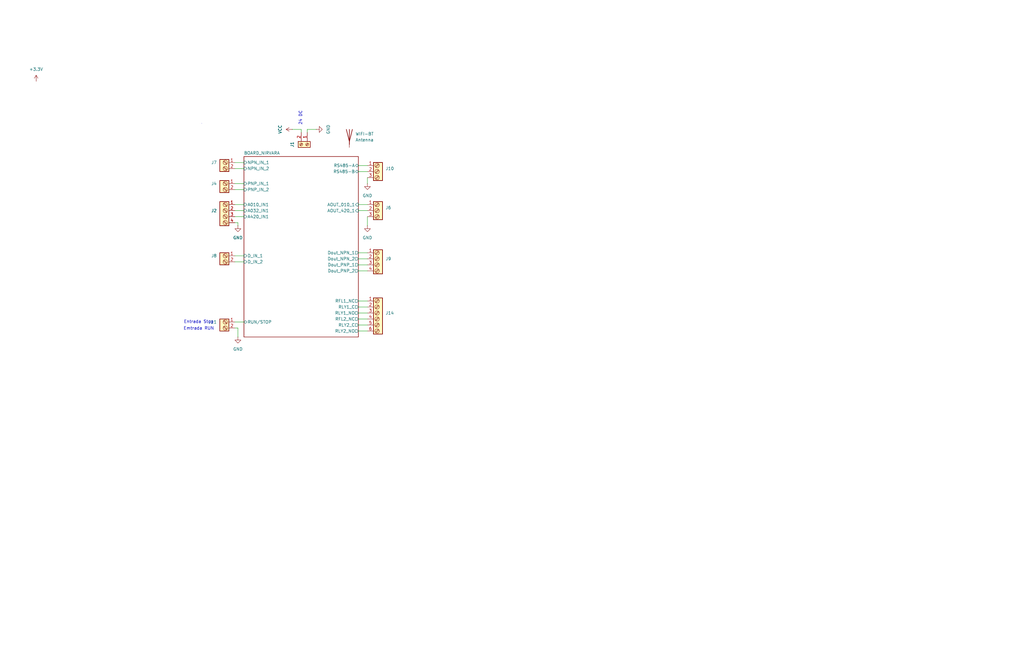
<source format=kicad_sch>
(kicad_sch (version 20231120) (generator "eeschema") (generator_version "8.0")
  (paper "USLedger")
  (title_block (title "NIRVARA") (date "2025-06-11") (rev "1") (company "ELECTIVA ITLA"))
  (lib_symbols
    (symbol "Connector:Screw_Terminal_01x02" (pin_names (offset 1.016) hide)
      (property "Reference" "J" (at 0 2.54 0))
      (property "Value" "Screw_Terminal_01x02" (at 0 -5.08 0))
      (symbol "Screw_Terminal_01x02_1_1"
        (rectangle (start -1.27 1.27) (end 1.27 -3.81) (stroke (width 0.254)) (fill (type background)))
        (circle (center 0 -2.54) (radius 0.635) (stroke (width 0.1524)))
        (polyline (pts (xy -0.5334 -2.2098) (xy 0.3302 -3.048)) (stroke (width 0.1524)))
        (polyline (pts (xy -0.5334 0.3302) (xy 0.3302 -0.508)) (stroke (width 0.1524)))
        (polyline (pts (xy -0.3556 -2.032) (xy 0.508 -2.8702)) (stroke (width 0.1524)))
        (polyline (pts (xy -0.3556 0.508) (xy 0.508 -0.3302)) (stroke (width 0.1524)))
        (circle (center 0 0) (radius 0.635) (stroke (width 0.1524)))
        (pin passive line (at -5.08 0 0) (length 3.81) (name "Pin_1") (number "1"))
        (pin passive line (at -5.08 -2.54 0) (length 3.81) (name "Pin_2") (number "2"))
      )
    )
    (symbol "Device:Antenna" (pin_numbers hide) (pin_names (offset 1.016) hide)
      (property "Reference" "AE" (at -1.905 1.905 0))
      (property "Value" "Antenna" (at -1.905 0 0))
      (symbol "Antenna_0_1"
        (polyline (pts (xy 0 2.54) (xy 0 -3.81)) (stroke (width 0.254)))
        (polyline (pts (xy 1.27 2.54) (xy 0 -2.54) (xy -1.27 2.54)) (stroke (width 0.254)))
      )
      (symbol "Antenna_1_1"
        (pin input line (at 0 -5.08 90) (length 2.54) (name "A") (number "1"))
      )
    )
    (symbol "PCM_SL_Screw_Terminal:Screw_Terminal_2_P5.00mm"
      (property "Reference" "J" (at 0 3.81 0))
      (property "Value" "Screw_Terminal_2_P5.00mm" (at 0 -3.81 0))
      (symbol "Screw_Terminal_2_P5.00mm_0_1"
        (rectangle (start -1.27 2.54) (end 2.54 -2.54) (stroke (width 0.3)) (fill (type background)))
        (polyline (pts (xy -0.254 -2.032) (xy 1.016 -0.762)))
        (polyline (pts (xy -0.254 0.508) (xy 1.016 1.778)))
        (polyline (pts (xy 0 -1.27) (xy -0.508 -1.778) (xy 0.762 -0.508)))
        (polyline (pts (xy 0 1.27) (xy -0.508 0.762) (xy 0.762 2.032)))
        (circle (center 0.254 -1.27) (radius 0.9158))
        (circle (center 0.254 1.27) (radius 0.9158))
      )
      (symbol "Screw_Terminal_2_P5.00mm_1_1"
        (pin passive line (at -3.81 1.27 0) (length 2.54) (name "") (number "1"))
        (pin passive line (at -3.81 -1.27 0) (length 2.54) (name "") (number "2"))
      )
    )
    (symbol "PCM_SL_Screw_Terminal:Screw_Terminal_3_P5.00mm"
      (property "Reference" "J" (at 0 5.842 0))
      (property "Value" "Screw_Terminal_3_P5.00mm" (at 1.27 -5.588 0))
      (symbol "Screw_Terminal_3_P5.00mm_0_1"
        (rectangle (start -1.27 3.81) (end 2.54 -3.81) (stroke (width 0.3)) (fill (type background)))
        (polyline (pts (xy -0.254 -3.302) (xy 1.016 -2.032)))
        (polyline (pts (xy -0.254 -0.762) (xy 1.016 0.508)))
        (polyline (pts (xy -0.254 1.778) (xy 1.016 3.048)))
        (polyline (pts (xy 0 -2.54) (xy -0.508 -3.048) (xy 0.762 -1.778)))
        (polyline (pts (xy 0 0) (xy -0.508 -0.508) (xy 0.762 0.762)))
        (polyline (pts (xy 0 2.54) (xy -0.508 2.032) (xy 0.762 3.302)))
        (circle (center 0.254 -2.54) (radius 0.9158))
        (circle (center 0.254 0) (radius 0.9158))
        (circle (center 0.254 2.54) (radius 0.9158))
      )
      (symbol "Screw_Terminal_3_P5.00mm_1_1"
        (pin passive line (at -3.81 2.54 0) (length 2.54) (name "") (number "1"))
        (pin passive line (at -3.81 0 0) (length 2.54) (name "") (number "2"))
        (pin passive line (at -3.81 -2.54 0) (length 2.54) (name "") (number "3"))
      )
    )
    (symbol "PCM_SL_Screw_Terminal:Screw_Terminal_4_P5.00mm"
      (property "Reference" "J" (at 0 6.35 0))
      (property "Value" "Screw_Terminal_4_P5.00mm" (at 1.27 -6.35 0))
      (symbol "Screw_Terminal_4_P5.00mm_0_1"
        (rectangle (start -1.27 5.08) (end 2.54 -5.08) (stroke (width 0.3)) (fill (type background)))
        (polyline (pts (xy -0.254 -4.572) (xy 1.016 -3.302)))
        (polyline (pts (xy -0.254 -2.032) (xy 1.016 -0.762)))
        (polyline (pts (xy -0.254 0.508) (xy 1.016 1.778)))
        (polyline (pts (xy -0.254 3.048) (xy 1.016 4.318)))
        (polyline (pts (xy 0 -3.81) (xy -0.508 -4.318) (xy 0.762 -3.048)))
        (polyline (pts (xy 0 -1.27) (xy -0.508 -1.778) (xy 0.762 -0.508)))
        (polyline (pts (xy 0 1.27) (xy -0.508 0.762) (xy 0.762 2.032)))
        (polyline (pts (xy 0 3.81) (xy -0.508 3.302) (xy 0.762 4.572)))
        (circle (center 0.254 -3.81) (radius 0.9158))
        (circle (center 0.254 -1.27) (radius 0.9158))
        (circle (center 0.254 1.27) (radius 0.9158))
        (circle (center 0.254 3.81) (radius 0.9158))
      )
      (symbol "Screw_Terminal_4_P5.00mm_1_1"
        (pin passive line (at -3.81 3.81 0) (length 2.54) (name "") (number "1"))
        (pin passive line (at -3.81 1.27 0) (length 2.54) (name "") (number "2"))
        (pin passive line (at -3.81 -1.27 0) (length 2.54) (name "") (number "3"))
        (pin passive line (at -3.81 -3.81 0) (length 2.54) (name "") (number "4"))
      )
    )
    (symbol "PCM_SL_Screw_Terminal:Screw_Terminal_6_P5.00mm"
      (property "Reference" "J" (at 0 8.89 0))
      (property "Value" "Screw_Terminal_6_P5.00mm" (at 1.27 -8.89 0))
      (symbol "Screw_Terminal_6_P5.00mm_0_1"
        (rectangle (start -1.27 7.62) (end 2.54 -7.62) (stroke (width 0.3)) (fill (type background)))
        (polyline (pts (xy -0.254 -7.112) (xy 1.016 -5.842)))
        (polyline (pts (xy -0.254 -4.572) (xy 1.016 -3.302)))
        (polyline (pts (xy -0.254 -2.032) (xy 1.016 -0.762)))
        (polyline (pts (xy -0.254 0.508) (xy 1.016 1.778)))
        (polyline (pts (xy -0.254 3.048) (xy 1.016 4.318)))
        (polyline (pts (xy -0.254 5.588) (xy 1.016 6.858)))
        (polyline (pts (xy 0 -6.35) (xy -0.508 -6.858) (xy 0.762 -5.588)))
        (polyline (pts (xy 0 -3.81) (xy -0.508 -4.318) (xy 0.762 -3.048)))
        (polyline (pts (xy 0 -1.27) (xy -0.508 -1.778) (xy 0.762 -0.508)))
        (polyline (pts (xy 0 1.27) (xy -0.508 0.762) (xy 0.762 2.032)))
        (polyline (pts (xy 0 3.81) (xy -0.508 3.302) (xy 0.762 4.572)))
        (polyline (pts (xy 0 6.35) (xy -0.508 5.842) (xy 0.762 7.112)))
        (circle (center 0.254 -6.35) (radius 0.9158))
        (circle (center 0.254 -3.81) (radius 0.9158))
        (circle (center 0.254 -1.27) (radius 0.9158))
        (circle (center 0.254 1.27) (radius 0.9158))
        (circle (center 0.254 3.81) (radius 0.9158))
        (circle (center 0.254 6.35) (radius 0.9158))
      )
      (symbol "Screw_Terminal_6_P5.00mm_1_1"
        (pin passive line (at -3.81 6.35 0) (length 2.54) (name "") (number "1"))
        (pin passive line (at -3.81 3.81 0) (length 2.54) (name "") (number "2"))
        (pin passive line (at -3.81 1.27 0) (length 2.54) (name "") (number "3"))
        (pin passive line (at -3.81 -1.27 0) (length 2.54) (name "") (number "4"))
        (pin passive line (at -3.81 -3.81 0) (length 2.54) (name "") (number "5"))
        (pin passive line (at -3.81 -6.35 0) (length 2.54) (name "") (number "6"))
      )
    )
    (symbol "power:+3.3V" (power) (pin_numbers hide) (pin_names (offset 0) hide)
      (property "Value" "+3.3V" (at 0 3.556 0))
      (symbol "+3.3V_0_1"
        (polyline (pts (xy -0.762 1.27) (xy 0 2.54)))
        (polyline (pts (xy 0 0) (xy 0 2.54)))
        (polyline (pts (xy 0 2.54) (xy 0.762 1.27)))
      )
      (symbol "+3.3V_1_1"
        (pin power_in line (at 0 0 90) (length 0) (name "~") (number "1"))
      )
    )
    (symbol "power:GND" (power) (pin_numbers hide) (pin_names (offset 0) hide)
      (property "Value" "GND" (at 0 -3.81 0))
      (symbol "GND_0_1"
        (polyline (pts (xy 0 0) (xy 0 -1.27) (xy 1.27 -1.27) (xy 0 -2.54) (xy -1.27 -1.27) (xy 0 -1.27)))
      )
      (symbol "GND_1_1"
        (pin power_in line (at 0 0 270) (length 0) (name "~") (number "1"))
      )
    )
    (symbol "power:VCC" (power) (pin_numbers hide) (pin_names (offset 0) hide)
      (property "Value" "VCC" (at 0 3.556 0))
      (symbol "VCC_0_1"
        (polyline (pts (xy -0.762 1.27) (xy 0 2.54)))
        (polyline (pts (xy 0 0) (xy 0 2.54)))
        (polyline (pts (xy 0 2.54) (xy 0.762 1.27)))
      )
      (symbol "VCC_1_1"
        (pin power_in line (at 0 0 90) (length 0) (name "~") (number "1"))
      )
    )
  )
  (wire (pts (xy 154.94 95.25) (xy 154.94 91.44)))
  (wire (pts (xy 151.13 127) (xy 154.94 127)))
  (wire (pts (xy 99.06 91.44) (xy 102.87 91.44)))
  (wire (pts (xy 99.06 88.9) (xy 102.87 88.9)))
  (wire (pts (xy 151.13 69.85) (xy 154.94 69.85)))
  (wire (pts (xy 127 54.61) (xy 123.19 54.61)))
  (wire (pts (xy 127 55.88) (xy 127 54.61)))
  (wire (pts (xy 151.13 134.62) (xy 154.94 134.62)))
  (wire (pts (xy 99.06 71.12) (xy 102.87 71.12)))
  (wire (pts (xy 100.33 93.98) (xy 100.33 95.25)))
  (wire (pts (xy 151.13 106.68) (xy 154.94 106.68)))
  (wire (pts (xy 151.13 129.54) (xy 154.94 129.54)))
  (wire (pts (xy 151.13 114.3) (xy 154.94 114.3)))
  (wire (pts (xy 151.13 111.76) (xy 154.94 111.76)))
  (wire (pts (xy 151.13 88.9) (xy 154.94 88.9)))
  (wire (pts (xy 133.35 54.61) (xy 129.54 54.61)))
  (wire (pts (xy 99.06 77.47) (xy 102.87 77.47)))
  (wire (pts (xy 151.13 109.22) (xy 154.94 109.22)))
  (wire (pts (xy 129.54 54.61) (xy 129.54 55.88)))
  (wire (pts (xy 99.06 135.89) (xy 102.87 135.89)))
  (wire (pts (xy 151.13 72.39) (xy 154.94 72.39)))
  (wire (pts (xy 100.33 138.43) (xy 100.33 142.24)))
  (wire (pts (xy 154.94 74.93) (xy 154.94 77.47)))
  (wire (pts (xy 99.06 110.49) (xy 102.87 110.49)))
  (wire (pts (xy 151.13 132.08) (xy 154.94 132.08)))
  (wire (pts (xy 151.13 86.36) (xy 154.94 86.36)))
  (wire (pts (xy 151.13 139.7) (xy 154.94 139.7)))
  (wire (pts (xy 99.06 80.01) (xy 102.87 80.01)))
  (wire (pts (xy 151.13 137.16) (xy 154.94 137.16)))
  (wire (pts (xy 99.06 68.58) (xy 102.87 68.58)))
  (wire (pts (xy 99.06 107.95) (xy 102.87 107.95)))
  (wire (pts (xy 100.33 138.43) (xy 99.06 138.43)))
  (wire (pts (xy 99.06 93.98) (xy 100.33 93.98)))
  (wire (pts (xy 99.06 86.36) (xy 102.87 86.36)))
  (rectangle (start 85.09 52.07) (end 85.09 52.07))
  (text "Emtrada RUN\n" (at 83.82 138.684 0) (effects (font (size 1.27 1.27))))
  (text "Entrada Stop\n" (at 83.82 135.89 0) (effects (font (size 1.27 1.27))))
  (text "24 DC\n" (at 126.746 49.784 90) (effects (font (size 1.27 1.27))))
  (symbol (lib_id "PCM_SL_Screw_Terminal:Screw_Terminal_2_P5.00mm") (at 95.25 137.16 0) (mirror y) (unit 1)
    (property "Reference" "J11" (at 91.44 135.8899 0) (effects (justify left)))
    (property "Value" "Screw_Terminal_2_P5.00mm" (effects (hide yes)))
    (property "Footprint" "TerminalBlock_Phoenix:TerminalBlock_Phoenix_PT-1,5-2-5.0-H_1x02_P5.00mm_Horizontal" (effects (hide yes)))
  )
  (symbol (lib_id "PCM_SL_Screw_Terminal:Screw_Terminal_3_P5.00mm") (at 158.75 72.39 0) (unit 1)
    (property "Reference" "J10" (at 162.56 71.1199 0) (effects (justify left)))
    (property "Value" "Screw_Terminal_3_P5.00mm" (effects (hide yes)))
    (property "Footprint" "TerminalBlock_Phoenix:TerminalBlock_Phoenix_PT-1,5-3-5.0-H_1x03_P5.00mm_Horizontal" (effects (hide yes)))
  )
  (symbol (lib_id "Device:Antenna") (at 147.32 57.15 0) (unit 1)
    (property "Reference" "WIFI-BT" (at 149.86 56.5149 0) (effects (justify left)))
    (property "Value" "Antenna" (at 149.86 59.0549 0) (effects (justify left)))
    (property "Description" "Antenna" (effects (hide yes)))
  )
  (symbol (lib_id "PCM_SL_Screw_Terminal:Screw_Terminal_3_P5.00mm") (at 158.75 88.9 0) (unit 1)
    (property "Reference" "J6" (at 162.56 87.6299 0) (effects (justify left)))
    (property "Value" "Screw_Terminal_3_P5.00mm" (effects (hide yes)))
    (property "Footprint" "TerminalBlock_Phoenix:TerminalBlock_Phoenix_PT-1,5-3-5.0-H_1x03_P5.00mm_Horizontal" (effects (hide yes)))
  )
  (symbol (lib_id "PCM_SL_Screw_Terminal:Screw_Terminal_2_P5.00mm") (at 95.25 69.85 0) (mirror y) (unit 1)
    (property "Reference" "J7" (at 91.44 68.5799 0) (effects (justify left)))
    (property "Value" "Screw_Terminal_2_P5.00mm" (effects (hide yes)))
    (property "Footprint" "TerminalBlock_Phoenix:TerminalBlock_Phoenix_PT-1,5-2-5.0-H_1x02_P5.00mm_Horizontal" (effects (hide yes)))
  )
  (symbol (lib_id "PCM_SL_Screw_Terminal:Screw_Terminal_6_P5.00mm") (at 158.75 133.35 0) (unit 1)
    (property "Reference" "J14" (at 162.56 132.0799 0) (effects (justify left)))
    (property "Value" "Screw_Terminal_6_P5.00mm" (effects (hide yes)))
    (property "Footprint" "TerminalBlock_Phoenix:TerminalBlock_Phoenix_PT-1,5-6-5.0-H_1x06_P5.00mm_Horizontal" (effects (hide yes)))
  )
  (symbol (lib_id "power:GND") (at 154.94 95.25 0) (unit 1)
    (property "Reference" "#PWR08" (effects (hide yes)))
    (property "Value" "GND" (at 154.94 100.33 0))
    (property "Description" "Power symbol creates a global label with name \"GND\" , ground" (effects (hide yes)))
  )
  (symbol (lib_id "PCM_SL_Screw_Terminal:Screw_Terminal_2_P5.00mm") (at 95.25 78.74 0) (mirror y) (unit 1)
    (property "Reference" "J4" (at 91.44 77.4699 0) (effects (justify left)))
    (property "Value" "Screw_Terminal_2_P5.00mm" (effects (hide yes)))
    (property "Footprint" "TerminalBlock_Phoenix:TerminalBlock_Phoenix_PT-1,5-2-5.0-H_1x02_P5.00mm_Horizontal" (effects (hide yes)))
  )
  (symbol (lib_id "power:VCC") (at 123.19 54.61 90) (unit 1)
    (property "Reference" "#PWR02" (effects (hide yes)))
    (property "Value" "VCC" (at 118.11 54.61 0))
    (property "Description" "Power symbol creates a global label with name \"VCC\"" (effects (hide yes)))
  )
  (symbol (lib_id "PCM_SL_Screw_Terminal:Screw_Terminal_4_P5.00mm") (at 95.25 90.17 0) (mirror y) (unit 1)
    (property "Reference" "J2" (at 91.44 88.8999 0) (effects (justify left)))
    (property "Value" "Screw_Terminal_4_P5.00mm" (effects (hide yes)))
    (property "Footprint" "TerminalBlock_Phoenix:TerminalBlock_Phoenix_PT-1,5-4-5.0-H_1x04_P5.00mm_Horizontal" (effects (hide yes)))
  )
  (symbol (lib_id "power:GND") (at 154.94 77.47 0) (unit 1)
    (property "Reference" "#PWR05" (effects (hide yes)))
    (property "Value" "GND" (at 154.94 82.55 0))
    (property "Description" "Power symbol creates a global label with name \"GND\" , ground" (effects (hide yes)))
  )
  (symbol (lib_id "power:+3.3V") (at 15.24 34.29 0) (unit 1)
    (property "Reference" "#PWR03" (effects (hide yes)))
    (property "Value" "+3.3V" (at 15.24 29.21 0))
    (property "Description" "Power symbol creates a global label with name \"+3.3V\"" (effects (hide yes)))
  )
  (symbol (lib_id "power:GND") (at 100.33 142.24 0) (unit 1)
    (property "Reference" "#PWR07" (effects (hide yes)))
    (property "Value" "GND" (at 100.33 147.32 0))
    (property "Description" "Power symbol creates a global label with name \"GND\" , ground" (effects (hide yes)))
  )
  (symbol (lib_id "PCM_SL_Screw_Terminal:Screw_Terminal_2_P5.00mm") (at 95.25 109.22 0) (mirror y) (unit 1)
    (property "Reference" "J8" (at 91.44 107.9499 0) (effects (justify left)))
    (property "Value" "Screw_Terminal_2_P5.00mm" (effects (hide yes)))
    (property "Footprint" "TerminalBlock_Phoenix:TerminalBlock_Phoenix_PT-1,5-2-5.0-H_1x02_P5.00mm_Horizontal" (effects (hide yes)))
  )
  (symbol (lib_id "power:GND") (at 100.33 95.25 0) (unit 1)
    (property "Reference" "#PWR06" (effects (hide yes)))
    (property "Value" "GND" (at 100.33 100.33 0))
    (property "Description" "Power symbol creates a global label with name \"GND\" , ground" (effects (hide yes)))
  )
  (symbol (lib_id "PCM_SL_Screw_Terminal:Screw_Terminal_4_P5.00mm") (at 158.75 110.49 0) (unit 1)
    (property "Reference" "J9" (at 162.56 109.2199 0) (effects (justify left)))
    (property "Value" "Screw_Terminal_4_P5.00mm" (effects (hide yes)))
    (property "Footprint" "TerminalBlock_Phoenix:TerminalBlock_Phoenix_PT-1,5-4-5.0-H_1x04_P5.00mm_Horizontal" (effects (hide yes)))
  )
  (symbol (lib_id "power:GND") (at 133.35 54.61 90) (unit 1)
    (property "Reference" "#PWR01" (effects (hide yes)))
    (property "Value" "GND" (at 138.43 54.61 0))
    (property "Description" "Power symbol creates a global label with name \"GND\" , ground" (effects (hide yes)))
  )
  (symbol (lib_id "Connector:Screw_Terminal_01x02") (at 129.54 60.96 270) (unit 1)
    (property "Reference" "J1" (at 123.19 60.96 0))
    (property "Value" "Screw_Terminal_01x02" (effects (hide yes)))
    (property "Description" "Generic screw terminal, single row, 01x02, script generated (kicad-library-utils/schlib/autogen/connector/)" (effects (hide yes)))
  )
  (sheet (at 102.87 66.04) (size 48.26 76.2) (stroke (width 0.1524))
    (property "Sheetname" "BOARD_NIRVARA" (at 102.87 65.3284 0) (effects (justify left bottom)))
    (property "Sheetfile" "untitled.kicad_sch" (effects (hide yes)))
    (pin "AOUT_420_1" input (at 151.13 88.9 0))
    (pin "AOUT_010_1" input (at 151.13 86.36 0))
    (pin "RS485-B" bidirectional (at 151.13 72.39 0))
    (pin "RS485-A" bidirectional (at 151.13 69.85 0))
    (pin "RLY2_C" output (at 151.13 137.16 0))
    (pin "RFL2_NC" output (at 151.13 134.62 0))
    (pin "RFL1_NC" output (at 151.13 127 0))
    (pin "RLY1_NO" output (at 151.13 132.08 0))
    (pin "RLY1_C" output (at 151.13 129.54 0))
    (pin "RLY2_NO" output (at 151.13 139.7 0))
    (pin "A032_IN1" input (at 102.87 88.9 180))
    (pin "D_IN_1" input (at 102.87 107.95 180))
    (pin "D_IN_2" input (at 102.87 110.49 180))
    (pin "A420_IN1" input (at 102.87 91.44 180))
    (pin "A010_IN1" input (at 102.87 86.36 180))
    (pin "NPN_IN_2" input (at 102.87 71.12 180))
    (pin "PNP_IN_1" input (at 102.87 77.47 180))
    (pin "PNP_IN_2" input (at 102.87 80.01 180))
    (pin "NPN_IN_1" input (at 102.87 68.58 180))
    (pin "RUN{slash}STOP" bidirectional (at 102.87 135.89 180))
    (pin "Dout_PNP_1" output (at 151.13 111.76 0))
    (pin "Dout_NPN_1" output (at 151.13 106.68 0))
    (pin "Dout_NPN_2" output (at 151.13 109.22 0))
    (pin "Dout_PNP_2" output (at 151.13 114.3 0))
  )
)
</source>
